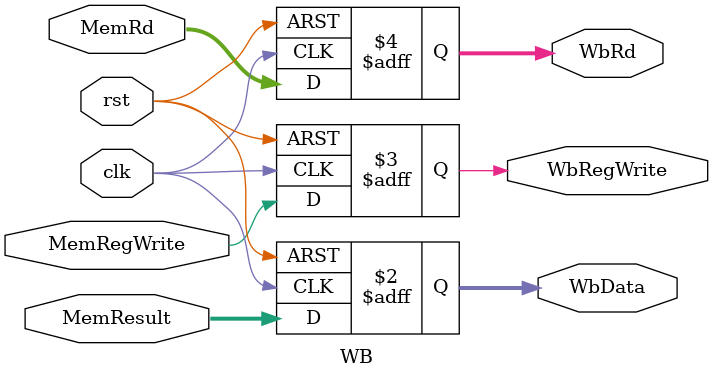
<source format=v>
`timescale 1ns / 1ps

module WB(
    input wire clk,             // Clock signal
    input wire rst,             // Asynchronous reset signal, active high
    // MEM stage inputs:
    input wire [31:0] MemResult,    // 32-bit result from MEM stage (loaded data or ALU result)
    input wire        MemRegWrite,  // Write-back enable signal from MEM stage
    input wire [4:0]  MemRd,        // 5-bit destination register number from MEM stage
    // Outputs to the register file:
    output reg [31:0] WbData,       // 32-bit data to be written-back
    output reg        WbRegWrite,   // Write-back enable signal
    output reg [4:0]  WbRd          // 5-bit destination register number
);
    /**
     * @brief Pipeline register: Captures MEM stage signals on each rising clock edge.
     */
    always @(posedge clk or posedge rst) begin
        if (rst) begin
            WbData     <= 32'd0;
            WbRegWrite <= 1'b0;
            WbRd       <= 5'd0;
        end else begin
            WbData     <= MemResult;
            WbRegWrite <= MemRegWrite;
            WbRd       <= MemRd;
        end
    end

endmodule

</source>
